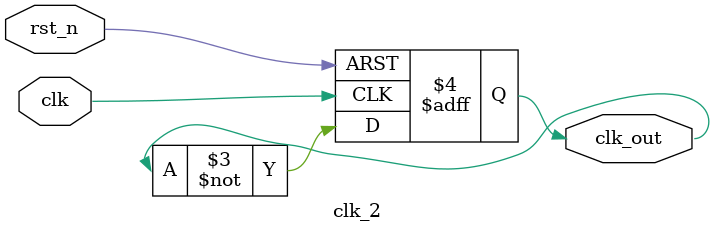
<source format=v>
module clk_2(
    input clk,rst_n,
    output reg clk_out
);

    always@(posedge clk or negedge rst_n)begin
        if(!rst_n)
            clk_out<=0;
        else
            clk_out<=~clk_out;
    end

endmodule
</source>
